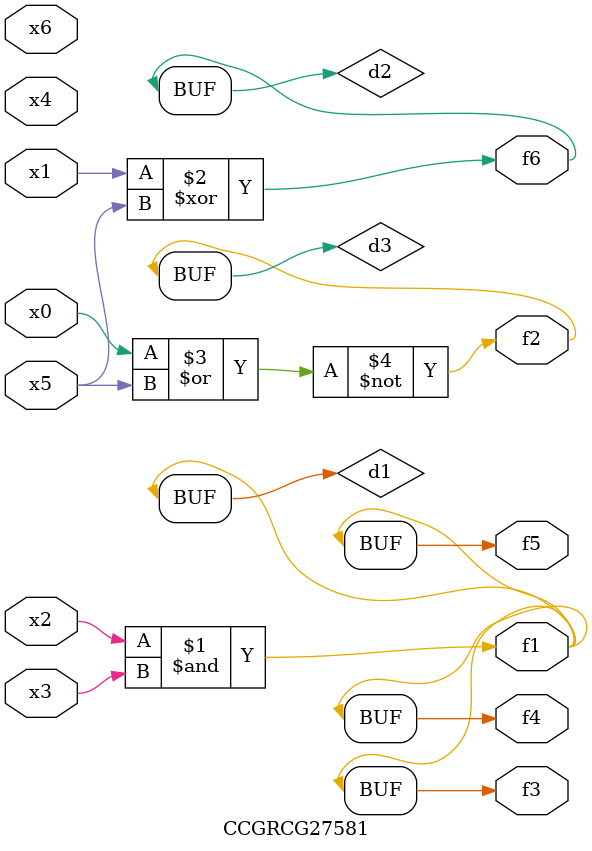
<source format=v>
module CCGRCG27581(
	input x0, x1, x2, x3, x4, x5, x6,
	output f1, f2, f3, f4, f5, f6
);

	wire d1, d2, d3;

	and (d1, x2, x3);
	xor (d2, x1, x5);
	nor (d3, x0, x5);
	assign f1 = d1;
	assign f2 = d3;
	assign f3 = d1;
	assign f4 = d1;
	assign f5 = d1;
	assign f6 = d2;
endmodule

</source>
